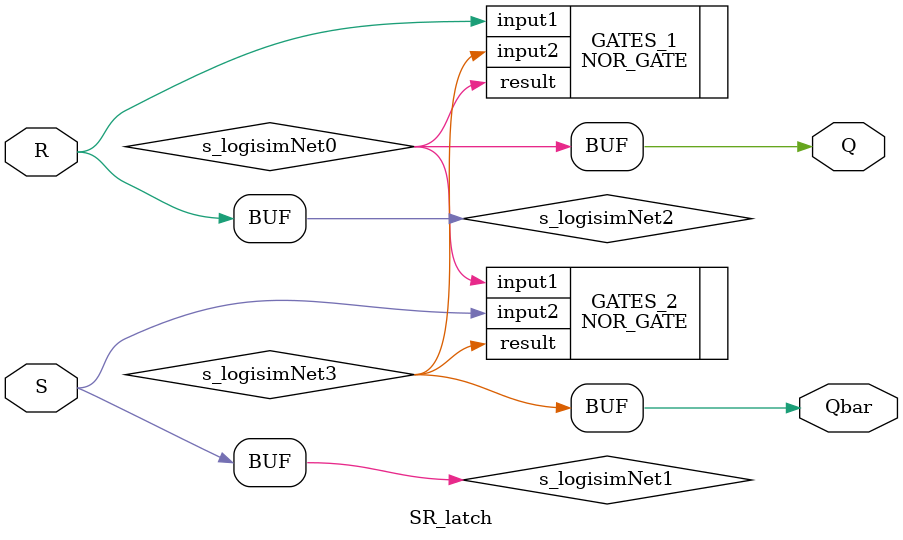
<source format=v>
/******************************************************************************
 ** Logisim-evolution goes FPGA automatic generated Verilog code             **
 ** https://github.com/logisim-evolution/                                    **
 **                                                                          **
 ** Component : SR_latch                                                     **
 **                                                                          **
 *****************************************************************************/

module SR_latch( Q,
                 Qbar,
                 R,
                 S );

   /*******************************************************************************
   ** The inputs are defined here                                                **
   *******************************************************************************/
   input R;
   input S;

   /*******************************************************************************
   ** The outputs are defined here                                               **
   *******************************************************************************/
   output Q;
   output Qbar;

   /*******************************************************************************
   ** The wires are defined here                                                 **
   *******************************************************************************/
   wire s_logisimNet0;
   wire s_logisimNet1;
   wire s_logisimNet2;
   wire s_logisimNet3;

   /*******************************************************************************
   ** The module functionality is described here                                 **
   *******************************************************************************/

   /*******************************************************************************
   ** Here all input connections are defined                                     **
   *******************************************************************************/
   assign s_logisimNet1 = S;
   assign s_logisimNet2 = R;

   /*******************************************************************************
   ** Here all output connections are defined                                    **
   *******************************************************************************/
   assign Q    = s_logisimNet0;
   assign Qbar = s_logisimNet3;

   /*******************************************************************************
   ** Here all normal components are defined                                     **
   *******************************************************************************/
   NOR_GATE #(.BubblesMask(2'b00))
      GATES_1 (.input1(s_logisimNet2),
               .input2(s_logisimNet3),
               .result(s_logisimNet0));

   NOR_GATE #(.BubblesMask(2'b00))
      GATES_2 (.input1(s_logisimNet0),
               .input2(s_logisimNet1),
               .result(s_logisimNet3));


endmodule

</source>
